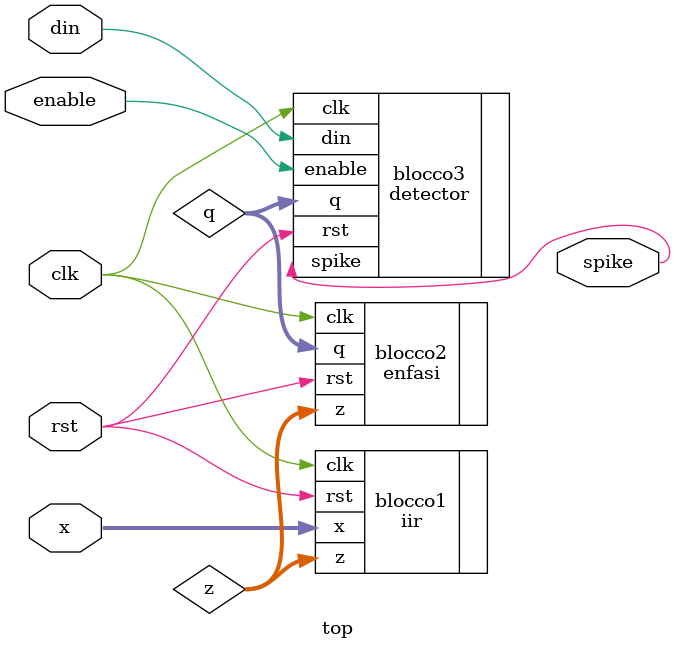
<source format=sv>
`timescale 1ns/1ps
module top (input logic clk, rst,
            input logic enable, din,
            input logic signed [10:0] x,
            output logic spike);

logic signed [10:0] z; //uscita filtro
logic signed [11:0] q; //uscita enfasi

iir blocco1 (.clk(clk), .rst(rst), .x(x), .z(z));
enfasi blocco2 (.clk(clk), .rst(rst), .z(z), .q(q));
detector blocco3 (.clk(clk), .rst(rst), .q(q), .din(din), .enable(enable), .spike(spike));

endmodule


</source>
